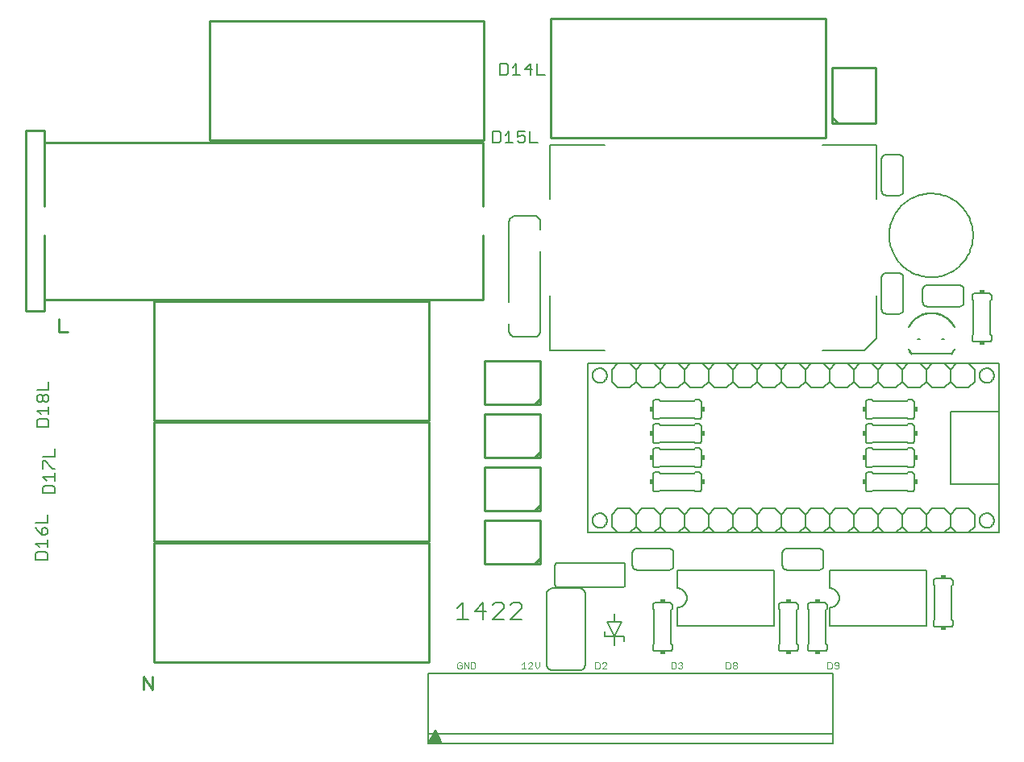
<source format=gto>
G75*
%MOIN*%
%OFA0B0*%
%FSLAX24Y24*%
%IPPOS*%
%LPD*%
%AMOC8*
5,1,8,0,0,1.08239X$1,22.5*
%
%ADD10C,0.0070*%
%ADD11C,0.0100*%
%ADD12C,0.0040*%
%ADD13C,0.0080*%
%ADD14C,0.0050*%
%ADD15C,0.0060*%
%ADD16R,0.0150X0.0200*%
%ADD17C,0.0005*%
%ADD18R,0.0200X0.0150*%
D10*
X000585Y008485D02*
X000585Y008725D01*
X000665Y008805D01*
X000985Y008805D01*
X001065Y008725D01*
X001065Y008485D01*
X000585Y008485D01*
X000745Y008991D02*
X000585Y009152D01*
X001065Y009152D01*
X001065Y009312D02*
X001065Y008991D01*
X000985Y009498D02*
X001065Y009578D01*
X001065Y009738D01*
X000985Y009818D01*
X000905Y009818D01*
X000825Y009738D01*
X000825Y009498D01*
X000985Y009498D01*
X000825Y009498D02*
X000665Y009658D01*
X000585Y009818D01*
X000585Y010004D02*
X001065Y010004D01*
X001065Y010325D01*
X000885Y011235D02*
X000885Y011475D01*
X000965Y011555D01*
X001285Y011555D01*
X001365Y011475D01*
X001365Y011235D01*
X000885Y011235D01*
X001045Y011741D02*
X000885Y011902D01*
X001365Y011902D01*
X001365Y012062D02*
X001365Y011741D01*
X001365Y012248D02*
X001285Y012248D01*
X000965Y012568D01*
X000885Y012568D01*
X000885Y012248D01*
X000885Y012754D02*
X001365Y012754D01*
X001365Y013075D01*
X001115Y013985D02*
X000635Y013985D01*
X000635Y014225D01*
X000715Y014305D01*
X001035Y014305D01*
X001115Y014225D01*
X001115Y013985D01*
X001115Y014491D02*
X001115Y014812D01*
X001115Y014652D02*
X000635Y014652D01*
X000795Y014491D01*
X000795Y014998D02*
X000715Y014998D01*
X000635Y015078D01*
X000635Y015238D01*
X000715Y015318D01*
X000795Y015318D01*
X000875Y015238D01*
X000875Y015078D01*
X000795Y014998D01*
X000875Y015078D02*
X000955Y014998D01*
X001035Y014998D01*
X001115Y015078D01*
X001115Y015238D01*
X001035Y015318D01*
X000955Y015318D01*
X000875Y015238D01*
X000635Y015504D02*
X001115Y015504D01*
X001115Y015825D01*
X019485Y025735D02*
X019725Y025735D01*
X019805Y025815D01*
X019805Y026135D01*
X019725Y026215D01*
X019485Y026215D01*
X019485Y025735D01*
X019991Y025735D02*
X020312Y025735D01*
X020152Y025735D02*
X020152Y026215D01*
X019991Y026055D01*
X020498Y025975D02*
X020658Y026055D01*
X020738Y026055D01*
X020818Y025975D01*
X020818Y025815D01*
X020738Y025735D01*
X020578Y025735D01*
X020498Y025815D01*
X020498Y025975D02*
X020498Y026215D01*
X020818Y026215D01*
X021004Y026215D02*
X021004Y025735D01*
X021325Y025735D01*
X021304Y028535D02*
X021625Y028535D01*
X021304Y028535D02*
X021304Y029015D01*
X021038Y029015D02*
X021038Y028535D01*
X021118Y028775D02*
X020798Y028775D01*
X021038Y029015D01*
X020452Y029015D02*
X020452Y028535D01*
X020612Y028535D02*
X020291Y028535D01*
X020105Y028615D02*
X020105Y028935D01*
X020025Y029015D01*
X019785Y029015D01*
X019785Y028535D01*
X020025Y028535D01*
X020105Y028615D01*
X020291Y028855D02*
X020452Y029015D01*
D11*
X005050Y003650D02*
X005050Y003100D01*
X005417Y003100D02*
X005417Y003650D01*
X005050Y003650D02*
X005417Y003100D01*
X005488Y004239D02*
X005488Y009161D01*
X016827Y009161D01*
X016827Y004239D01*
X005488Y004239D01*
X005488Y009239D02*
X005488Y014161D01*
X016827Y014161D01*
X016827Y009239D01*
X005488Y009239D01*
X005488Y014239D02*
X005488Y019161D01*
X016827Y019161D01*
X016827Y014239D01*
X005488Y014239D01*
X001918Y017900D02*
X001551Y017900D01*
X001551Y018450D01*
X000950Y018760D02*
X000163Y018760D01*
X000163Y026240D01*
X000950Y026240D01*
X000950Y023091D01*
X000950Y021909D02*
X000950Y018760D01*
X000950Y019250D02*
X019060Y019250D01*
X019060Y019252D02*
X019060Y021909D01*
X019060Y023091D02*
X019060Y025748D01*
X019060Y025750D02*
X000950Y025750D01*
X007773Y025839D02*
X007773Y030761D01*
X019112Y030761D01*
X019112Y025839D01*
X007773Y025839D01*
X019150Y016700D02*
X021450Y016700D01*
X021450Y015150D01*
X021200Y014900D01*
X019150Y014900D01*
X019150Y016700D01*
X021200Y014900D02*
X021450Y014900D01*
X021450Y015150D01*
X021450Y014500D02*
X019150Y014500D01*
X019150Y012700D01*
X021200Y012700D01*
X021450Y012950D01*
X021450Y014500D01*
X021450Y012950D02*
X021450Y012700D01*
X021200Y012700D01*
X021450Y012300D02*
X019150Y012300D01*
X019150Y010500D01*
X021200Y010500D01*
X021450Y010750D01*
X021450Y012300D01*
X021450Y010750D02*
X021450Y010500D01*
X021200Y010500D01*
X021450Y010100D02*
X019150Y010100D01*
X019150Y008300D01*
X021200Y008300D01*
X021450Y008550D01*
X021450Y010100D01*
X021450Y008550D02*
X021450Y008300D01*
X021200Y008300D01*
X021888Y025939D02*
X021888Y030861D01*
X033227Y030861D01*
X033227Y025939D01*
X021888Y025939D01*
X033500Y026550D02*
X033750Y026550D01*
X033500Y026800D01*
X033500Y028850D01*
X035300Y028850D01*
X035300Y026550D01*
X033750Y026550D01*
X033500Y026550D02*
X033500Y026800D01*
D12*
X033450Y004230D02*
X033320Y004230D01*
X033320Y003970D01*
X033450Y003970D01*
X033493Y004013D01*
X033493Y004187D01*
X033450Y004230D01*
X033596Y004187D02*
X033596Y004143D01*
X033640Y004100D01*
X033770Y004100D01*
X033770Y004013D02*
X033770Y004187D01*
X033726Y004230D01*
X033640Y004230D01*
X033596Y004187D01*
X033596Y004013D02*
X033640Y003970D01*
X033726Y003970D01*
X033770Y004013D01*
X029570Y004013D02*
X029526Y003970D01*
X029440Y003970D01*
X029396Y004013D01*
X029396Y004057D01*
X029440Y004100D01*
X029526Y004100D01*
X029570Y004057D01*
X029570Y004013D01*
X029526Y004100D02*
X029570Y004143D01*
X029570Y004187D01*
X029526Y004230D01*
X029440Y004230D01*
X029396Y004187D01*
X029396Y004143D01*
X029440Y004100D01*
X029293Y004013D02*
X029293Y004187D01*
X029250Y004230D01*
X029120Y004230D01*
X029120Y003970D01*
X029250Y003970D01*
X029293Y004013D01*
X027320Y004013D02*
X027276Y003970D01*
X027190Y003970D01*
X027146Y004013D01*
X027043Y004013D02*
X027043Y004187D01*
X027000Y004230D01*
X026870Y004230D01*
X026870Y003970D01*
X027000Y003970D01*
X027043Y004013D01*
X027146Y004187D02*
X027190Y004230D01*
X027276Y004230D01*
X027320Y004187D01*
X027320Y004143D01*
X027276Y004100D01*
X027320Y004057D01*
X027320Y004013D01*
X027276Y004100D02*
X027233Y004100D01*
X024170Y004143D02*
X024170Y004187D01*
X024126Y004230D01*
X024040Y004230D01*
X023996Y004187D01*
X023893Y004187D02*
X023850Y004230D01*
X023720Y004230D01*
X023720Y003970D01*
X023850Y003970D01*
X023893Y004013D01*
X023893Y004187D01*
X023996Y003970D02*
X024170Y004143D01*
X024170Y003970D02*
X023996Y003970D01*
X021396Y004057D02*
X021396Y004230D01*
X021396Y004057D02*
X021309Y003970D01*
X021222Y004057D01*
X021222Y004230D01*
X021120Y004187D02*
X021076Y004230D01*
X020990Y004230D01*
X020946Y004187D01*
X021120Y004187D02*
X021120Y004143D01*
X020946Y003970D01*
X021120Y003970D01*
X020843Y003970D02*
X020670Y003970D01*
X020757Y003970D02*
X020757Y004230D01*
X020670Y004143D01*
X018746Y004187D02*
X018746Y004013D01*
X018703Y003970D01*
X018572Y003970D01*
X018572Y004230D01*
X018703Y004230D01*
X018746Y004187D01*
X018470Y004230D02*
X018470Y003970D01*
X018296Y004230D01*
X018296Y003970D01*
X018193Y004013D02*
X018193Y004100D01*
X018107Y004100D01*
X018193Y004013D02*
X018150Y003970D01*
X018063Y003970D01*
X018020Y004013D01*
X018020Y004187D01*
X018063Y004230D01*
X018150Y004230D01*
X018193Y004187D01*
D13*
X018230Y005990D02*
X018230Y006711D01*
X017990Y006470D01*
X017990Y005990D02*
X018470Y005990D01*
X018727Y006350D02*
X019207Y006350D01*
X019463Y006591D02*
X019583Y006711D01*
X019824Y006711D01*
X019944Y006591D01*
X019944Y006470D01*
X019463Y005990D01*
X019944Y005990D01*
X020200Y005990D02*
X020680Y006470D01*
X020680Y006591D01*
X020560Y006711D01*
X020320Y006711D01*
X020200Y006591D01*
X020200Y005990D02*
X020680Y005990D01*
X019087Y005990D02*
X019087Y006711D01*
X018727Y006350D01*
X024100Y005500D02*
X024100Y005300D01*
X024500Y005300D01*
X024900Y005300D01*
X024900Y005100D01*
X024500Y004950D02*
X024500Y005300D01*
X024800Y005900D01*
X024500Y005900D01*
X024500Y006250D01*
X024500Y005900D02*
X024200Y005900D01*
X024500Y005300D01*
X035868Y021900D02*
X035870Y021983D01*
X035876Y022066D01*
X035886Y022148D01*
X035900Y022230D01*
X035918Y022311D01*
X035939Y022392D01*
X035965Y022471D01*
X035994Y022548D01*
X036027Y022625D01*
X036063Y022699D01*
X036104Y022772D01*
X036147Y022843D01*
X036194Y022911D01*
X036244Y022978D01*
X036297Y023041D01*
X036353Y023102D01*
X036413Y023161D01*
X036474Y023216D01*
X036539Y023269D01*
X036606Y023318D01*
X036675Y023364D01*
X036746Y023407D01*
X036819Y023446D01*
X036894Y023482D01*
X036971Y023514D01*
X037049Y023542D01*
X037128Y023567D01*
X037209Y023587D01*
X037290Y023604D01*
X037372Y023617D01*
X037455Y023626D01*
X037538Y023631D01*
X037621Y023632D01*
X037704Y023629D01*
X037787Y023622D01*
X037869Y023611D01*
X037951Y023596D01*
X038032Y023577D01*
X038111Y023555D01*
X038190Y023528D01*
X038268Y023498D01*
X038343Y023464D01*
X038418Y023427D01*
X038490Y023386D01*
X038560Y023342D01*
X038628Y023294D01*
X038694Y023243D01*
X038757Y023189D01*
X038817Y023132D01*
X038875Y023072D01*
X038930Y023010D01*
X038981Y022945D01*
X039030Y022877D01*
X039075Y022808D01*
X039117Y022736D01*
X039155Y022662D01*
X039190Y022587D01*
X039221Y022510D01*
X039249Y022431D01*
X039272Y022352D01*
X039292Y022271D01*
X039308Y022189D01*
X039320Y022107D01*
X039328Y022025D01*
X039332Y021942D01*
X039332Y021858D01*
X039328Y021775D01*
X039320Y021693D01*
X039308Y021611D01*
X039292Y021529D01*
X039272Y021448D01*
X039249Y021369D01*
X039221Y021290D01*
X039190Y021213D01*
X039155Y021138D01*
X039117Y021064D01*
X039075Y020992D01*
X039030Y020923D01*
X038981Y020855D01*
X038930Y020790D01*
X038875Y020728D01*
X038817Y020668D01*
X038757Y020611D01*
X038694Y020557D01*
X038628Y020506D01*
X038560Y020458D01*
X038490Y020414D01*
X038418Y020373D01*
X038343Y020336D01*
X038268Y020302D01*
X038190Y020272D01*
X038111Y020245D01*
X038032Y020223D01*
X037951Y020204D01*
X037869Y020189D01*
X037787Y020178D01*
X037704Y020171D01*
X037621Y020168D01*
X037538Y020169D01*
X037455Y020174D01*
X037372Y020183D01*
X037290Y020196D01*
X037209Y020213D01*
X037128Y020233D01*
X037049Y020258D01*
X036971Y020286D01*
X036894Y020318D01*
X036819Y020354D01*
X036746Y020393D01*
X036675Y020436D01*
X036606Y020482D01*
X036539Y020531D01*
X036474Y020584D01*
X036413Y020639D01*
X036353Y020698D01*
X036297Y020759D01*
X036244Y020822D01*
X036194Y020889D01*
X036147Y020957D01*
X036104Y021028D01*
X036063Y021101D01*
X036027Y021175D01*
X035994Y021252D01*
X035965Y021329D01*
X035939Y021408D01*
X035918Y021489D01*
X035900Y021570D01*
X035886Y021652D01*
X035876Y021734D01*
X035870Y021817D01*
X035868Y021900D01*
D14*
X035350Y023400D02*
X035350Y025650D01*
X033100Y025650D01*
X035350Y019400D02*
X035350Y017650D01*
X034850Y017150D01*
X033100Y017150D01*
X033150Y016600D02*
X033400Y016350D01*
X033400Y015850D01*
X033650Y015600D01*
X034150Y015600D01*
X034400Y015850D01*
X034650Y015600D01*
X035150Y015600D01*
X035400Y015850D01*
X035650Y015600D01*
X036150Y015600D01*
X036400Y015850D01*
X036650Y015600D01*
X037150Y015600D01*
X037400Y015850D01*
X037650Y015600D01*
X038150Y015600D01*
X038400Y015850D01*
X038650Y015600D01*
X039150Y015600D01*
X039400Y015850D01*
X039400Y016350D01*
X039150Y016600D01*
X038650Y016600D02*
X038400Y016350D01*
X038400Y015850D01*
X038400Y016350D02*
X038150Y016600D01*
X038425Y017000D02*
X036775Y017000D01*
X036650Y016600D02*
X036400Y016350D01*
X036400Y015850D01*
X036400Y016350D02*
X036150Y016600D01*
X035650Y016600D02*
X035400Y016350D01*
X035400Y015850D01*
X035400Y016350D02*
X035150Y016600D01*
X034650Y016600D02*
X034400Y016350D01*
X034400Y015850D01*
X034400Y016350D02*
X034150Y016600D01*
X033650Y016600D02*
X033400Y016350D01*
X033400Y015850D02*
X033150Y015600D01*
X032650Y015600D01*
X032400Y015850D01*
X032400Y016350D01*
X032650Y016600D01*
X032400Y016350D02*
X032150Y016600D01*
X031650Y016600D02*
X031400Y016350D01*
X031400Y015850D01*
X031650Y015600D01*
X032150Y015600D01*
X032400Y015850D01*
X031400Y015850D02*
X031150Y015600D01*
X030650Y015600D01*
X030400Y015850D01*
X030400Y016350D01*
X030650Y016600D01*
X030400Y016350D02*
X030150Y016600D01*
X029650Y016600D02*
X029400Y016350D01*
X029400Y015850D01*
X029650Y015600D01*
X030150Y015600D01*
X030400Y015850D01*
X031150Y016600D02*
X031400Y016350D01*
X029400Y016350D02*
X029150Y016600D01*
X028650Y016600D02*
X028400Y016350D01*
X028400Y015850D01*
X028650Y015600D01*
X029150Y015600D01*
X029400Y015850D01*
X028400Y015850D02*
X028150Y015600D01*
X027650Y015600D01*
X027400Y015850D01*
X027400Y016350D01*
X027650Y016600D01*
X027400Y016350D02*
X027150Y016600D01*
X026650Y016600D02*
X026400Y016350D01*
X026400Y015850D01*
X026650Y015600D01*
X027150Y015600D01*
X027400Y015850D01*
X026400Y015850D02*
X026150Y015600D01*
X025650Y015600D01*
X025400Y015850D01*
X025400Y016350D01*
X025650Y016600D01*
X025400Y016350D02*
X025150Y016600D01*
X024650Y016600D02*
X024400Y016350D01*
X024400Y015850D01*
X024650Y015600D01*
X025150Y015600D01*
X025400Y015850D01*
X026150Y016600D02*
X026400Y016350D01*
X028150Y016600D02*
X028400Y016350D01*
X024100Y017150D02*
X021850Y017150D01*
X021850Y019400D01*
X023400Y016600D02*
X040400Y016600D01*
X040400Y009600D01*
X039150Y009600D01*
X039400Y009850D01*
X039400Y010350D01*
X039150Y010600D01*
X038650Y010600D01*
X038400Y010350D01*
X038150Y010600D01*
X037650Y010600D01*
X037400Y010350D01*
X037150Y010600D01*
X036650Y010600D01*
X036400Y010350D01*
X036150Y010600D01*
X035650Y010600D01*
X035400Y010350D01*
X035150Y010600D01*
X034650Y010600D01*
X034400Y010350D01*
X034150Y010600D01*
X033650Y010600D01*
X033400Y010350D01*
X033150Y010600D01*
X032650Y010600D01*
X032400Y010350D01*
X032150Y010600D01*
X031650Y010600D01*
X031400Y010350D01*
X031150Y010600D01*
X030650Y010600D01*
X030400Y010350D01*
X030150Y010600D01*
X029650Y010600D01*
X029400Y010350D01*
X029150Y010600D01*
X028650Y010600D01*
X028400Y010350D01*
X028150Y010600D01*
X027650Y010600D01*
X027400Y010350D01*
X027150Y010600D01*
X026650Y010600D01*
X026400Y010350D01*
X026150Y010600D01*
X025650Y010600D01*
X025400Y010350D01*
X025150Y010600D01*
X024650Y010600D01*
X024400Y010350D01*
X024400Y009850D01*
X024650Y009600D01*
X025150Y009600D02*
X025400Y009850D01*
X025400Y010350D01*
X025400Y009850D02*
X025650Y009600D01*
X026150Y009600D02*
X026400Y009850D01*
X026400Y010350D01*
X026400Y009850D02*
X026650Y009600D01*
X027150Y009600D02*
X027400Y009850D01*
X027400Y010350D01*
X027400Y009850D02*
X027650Y009600D01*
X028150Y009600D02*
X028400Y009850D01*
X028400Y010350D01*
X028400Y009850D02*
X028650Y009600D01*
X029150Y009600D02*
X029400Y009850D01*
X029400Y010350D01*
X029400Y009850D02*
X029650Y009600D01*
X030150Y009600D02*
X030400Y009850D01*
X030400Y010350D01*
X030400Y009850D02*
X030650Y009600D01*
X031150Y009600D01*
X031400Y009850D01*
X031400Y010350D01*
X031400Y009850D02*
X031650Y009600D01*
X031150Y009600D02*
X032400Y009600D01*
X032400Y009850D02*
X032650Y009600D01*
X032400Y009850D02*
X032400Y010350D01*
X032400Y009850D02*
X032150Y009600D01*
X033150Y009600D02*
X033400Y009850D01*
X033400Y010350D01*
X033400Y009850D02*
X033650Y009600D01*
X034150Y009600D02*
X034400Y009850D01*
X034400Y010350D01*
X034400Y009850D02*
X034650Y009600D01*
X035150Y009600D02*
X035400Y009850D01*
X035400Y010350D01*
X035400Y009850D02*
X035650Y009600D01*
X036150Y009600D02*
X036400Y009850D01*
X036400Y010350D01*
X036400Y009850D02*
X036650Y009600D01*
X037150Y009600D02*
X037400Y009850D01*
X037400Y010350D01*
X037400Y009850D02*
X037650Y009600D01*
X038150Y009600D02*
X038400Y009850D01*
X038400Y010350D01*
X038400Y009850D02*
X038650Y009600D01*
X023400Y009600D01*
X023400Y016600D01*
X023600Y016100D02*
X023602Y016134D01*
X023608Y016168D01*
X023617Y016201D01*
X023631Y016232D01*
X023648Y016262D01*
X023668Y016290D01*
X023691Y016315D01*
X023717Y016338D01*
X023745Y016357D01*
X023775Y016373D01*
X023807Y016385D01*
X023840Y016394D01*
X023874Y016399D01*
X023909Y016400D01*
X023943Y016397D01*
X023976Y016390D01*
X024009Y016380D01*
X024040Y016365D01*
X024069Y016348D01*
X024096Y016327D01*
X024121Y016303D01*
X024143Y016276D01*
X024161Y016248D01*
X024176Y016217D01*
X024188Y016185D01*
X024196Y016151D01*
X024200Y016117D01*
X024200Y016083D01*
X024196Y016049D01*
X024188Y016015D01*
X024176Y015983D01*
X024161Y015952D01*
X024143Y015924D01*
X024121Y015897D01*
X024096Y015873D01*
X024069Y015852D01*
X024040Y015835D01*
X024009Y015820D01*
X023976Y015810D01*
X023943Y015803D01*
X023909Y015800D01*
X023874Y015801D01*
X023840Y015806D01*
X023807Y015815D01*
X023775Y015827D01*
X023745Y015843D01*
X023717Y015862D01*
X023691Y015885D01*
X023668Y015910D01*
X023648Y015938D01*
X023631Y015968D01*
X023617Y015999D01*
X023608Y016032D01*
X023602Y016066D01*
X023600Y016100D01*
X023600Y010100D02*
X023602Y010134D01*
X023608Y010168D01*
X023617Y010201D01*
X023631Y010232D01*
X023648Y010262D01*
X023668Y010290D01*
X023691Y010315D01*
X023717Y010338D01*
X023745Y010357D01*
X023775Y010373D01*
X023807Y010385D01*
X023840Y010394D01*
X023874Y010399D01*
X023909Y010400D01*
X023943Y010397D01*
X023976Y010390D01*
X024009Y010380D01*
X024040Y010365D01*
X024069Y010348D01*
X024096Y010327D01*
X024121Y010303D01*
X024143Y010276D01*
X024161Y010248D01*
X024176Y010217D01*
X024188Y010185D01*
X024196Y010151D01*
X024200Y010117D01*
X024200Y010083D01*
X024196Y010049D01*
X024188Y010015D01*
X024176Y009983D01*
X024161Y009952D01*
X024143Y009924D01*
X024121Y009897D01*
X024096Y009873D01*
X024069Y009852D01*
X024040Y009835D01*
X024009Y009820D01*
X023976Y009810D01*
X023943Y009803D01*
X023909Y009800D01*
X023874Y009801D01*
X023840Y009806D01*
X023807Y009815D01*
X023775Y009827D01*
X023745Y009843D01*
X023717Y009862D01*
X023691Y009885D01*
X023668Y009910D01*
X023648Y009938D01*
X023631Y009968D01*
X023617Y009999D01*
X023608Y010032D01*
X023602Y010066D01*
X023600Y010100D01*
X016813Y003757D02*
X016813Y002930D01*
X016813Y001670D01*
X016813Y001276D01*
X033545Y001276D01*
X033545Y000883D01*
X016813Y000883D01*
X016813Y001276D01*
X016975Y001175D02*
X017100Y001425D01*
X017100Y001300D01*
X017100Y001050D01*
X016975Y000925D01*
X016975Y001050D01*
X017100Y000925D01*
X017225Y001050D01*
X017100Y001050D01*
X017225Y000925D01*
X017100Y000925D01*
X017100Y001050D01*
X017225Y001175D01*
X017100Y001300D01*
X017100Y001175D01*
X016975Y001050D01*
X016975Y001175D01*
X017100Y001050D01*
X017100Y001175D01*
X017225Y001175D01*
X017100Y001050D01*
X016975Y001050D01*
X017100Y001175D01*
X016975Y001175D01*
X017100Y001175D01*
X016975Y001050D01*
X016850Y000925D01*
X017100Y001050D01*
X017225Y001050D01*
X017350Y000925D01*
X017100Y001050D01*
X017100Y001175D02*
X017100Y001300D01*
X017100Y001425D01*
X017225Y001175D01*
X017350Y000925D01*
X017225Y001050D01*
X017100Y001175D01*
X016975Y001175D02*
X016850Y000925D01*
X017100Y001300D01*
X017350Y000925D01*
X017225Y000925D01*
X017100Y000925D01*
X016975Y000925D01*
X016850Y000925D01*
X016813Y003757D02*
X033545Y003757D01*
X033545Y002930D01*
X033545Y001670D01*
X033545Y001276D01*
X038650Y009600D02*
X039150Y009600D01*
X039600Y010100D02*
X039602Y010134D01*
X039608Y010168D01*
X039617Y010201D01*
X039631Y010232D01*
X039648Y010262D01*
X039668Y010290D01*
X039691Y010315D01*
X039717Y010338D01*
X039745Y010357D01*
X039775Y010373D01*
X039807Y010385D01*
X039840Y010394D01*
X039874Y010399D01*
X039909Y010400D01*
X039943Y010397D01*
X039976Y010390D01*
X040009Y010380D01*
X040040Y010365D01*
X040069Y010348D01*
X040096Y010327D01*
X040121Y010303D01*
X040143Y010276D01*
X040161Y010248D01*
X040176Y010217D01*
X040188Y010185D01*
X040196Y010151D01*
X040200Y010117D01*
X040200Y010083D01*
X040196Y010049D01*
X040188Y010015D01*
X040176Y009983D01*
X040161Y009952D01*
X040143Y009924D01*
X040121Y009897D01*
X040096Y009873D01*
X040069Y009852D01*
X040040Y009835D01*
X040009Y009820D01*
X039976Y009810D01*
X039943Y009803D01*
X039909Y009800D01*
X039874Y009801D01*
X039840Y009806D01*
X039807Y009815D01*
X039775Y009827D01*
X039745Y009843D01*
X039717Y009862D01*
X039691Y009885D01*
X039668Y009910D01*
X039648Y009938D01*
X039631Y009968D01*
X039617Y009999D01*
X039608Y010032D01*
X039602Y010066D01*
X039600Y010100D01*
X040400Y011600D02*
X038400Y011600D01*
X038400Y014600D01*
X040400Y014600D01*
X039600Y016100D02*
X039602Y016134D01*
X039608Y016168D01*
X039617Y016201D01*
X039631Y016232D01*
X039648Y016262D01*
X039668Y016290D01*
X039691Y016315D01*
X039717Y016338D01*
X039745Y016357D01*
X039775Y016373D01*
X039807Y016385D01*
X039840Y016394D01*
X039874Y016399D01*
X039909Y016400D01*
X039943Y016397D01*
X039976Y016390D01*
X040009Y016380D01*
X040040Y016365D01*
X040069Y016348D01*
X040096Y016327D01*
X040121Y016303D01*
X040143Y016276D01*
X040161Y016248D01*
X040176Y016217D01*
X040188Y016185D01*
X040196Y016151D01*
X040200Y016117D01*
X040200Y016083D01*
X040196Y016049D01*
X040188Y016015D01*
X040176Y015983D01*
X040161Y015952D01*
X040143Y015924D01*
X040121Y015897D01*
X040096Y015873D01*
X040069Y015852D01*
X040040Y015835D01*
X040009Y015820D01*
X039976Y015810D01*
X039943Y015803D01*
X039909Y015800D01*
X039874Y015801D01*
X039840Y015806D01*
X039807Y015815D01*
X039775Y015827D01*
X039745Y015843D01*
X039717Y015862D01*
X039691Y015885D01*
X039668Y015910D01*
X039648Y015938D01*
X039631Y015968D01*
X039617Y015999D01*
X039608Y016032D01*
X039602Y016066D01*
X039600Y016100D01*
X037650Y016600D02*
X037400Y016350D01*
X037400Y015850D01*
X037400Y016350D02*
X037150Y016600D01*
X037153Y017600D02*
X037047Y017600D01*
X038047Y017600D02*
X038153Y017600D01*
X024100Y025650D02*
X021850Y025650D01*
X021850Y023400D01*
D15*
X021200Y022700D02*
X020400Y022700D01*
X020370Y022698D01*
X020340Y022693D01*
X020311Y022684D01*
X020284Y022671D01*
X020258Y022656D01*
X020234Y022637D01*
X020213Y022616D01*
X020194Y022592D01*
X020179Y022566D01*
X020166Y022539D01*
X020157Y022510D01*
X020152Y022480D01*
X020150Y022450D01*
X020150Y019150D01*
X020150Y018250D02*
X020150Y017950D01*
X020152Y017920D01*
X020157Y017890D01*
X020166Y017861D01*
X020179Y017834D01*
X020194Y017808D01*
X020213Y017784D01*
X020234Y017763D01*
X020258Y017744D01*
X020284Y017729D01*
X020311Y017716D01*
X020340Y017707D01*
X020370Y017702D01*
X020400Y017700D01*
X021200Y017700D01*
X021230Y017702D01*
X021260Y017707D01*
X021289Y017716D01*
X021316Y017729D01*
X021342Y017744D01*
X021366Y017763D01*
X021387Y017784D01*
X021406Y017808D01*
X021421Y017834D01*
X021434Y017861D01*
X021443Y017890D01*
X021448Y017920D01*
X021450Y017950D01*
X021450Y021250D01*
X021450Y022150D02*
X021450Y022450D01*
X021448Y022480D01*
X021443Y022510D01*
X021434Y022539D01*
X021421Y022566D01*
X021406Y022592D01*
X021387Y022616D01*
X021366Y022637D01*
X021342Y022656D01*
X021316Y022671D01*
X021289Y022684D01*
X021260Y022693D01*
X021230Y022698D01*
X021200Y022700D01*
X026200Y015100D02*
X026350Y015100D01*
X026400Y015050D01*
X027800Y015050D01*
X027850Y015100D01*
X028000Y015100D01*
X028017Y015098D01*
X028034Y015094D01*
X028050Y015087D01*
X028064Y015077D01*
X028077Y015064D01*
X028087Y015050D01*
X028094Y015034D01*
X028098Y015017D01*
X028100Y015000D01*
X028100Y014400D01*
X028098Y014383D01*
X028094Y014366D01*
X028087Y014350D01*
X028077Y014336D01*
X028064Y014323D01*
X028050Y014313D01*
X028034Y014306D01*
X028017Y014302D01*
X028000Y014300D01*
X027850Y014300D01*
X027800Y014350D01*
X026400Y014350D01*
X026350Y014300D01*
X026200Y014300D01*
X026183Y014302D01*
X026166Y014306D01*
X026150Y014313D01*
X026136Y014323D01*
X026123Y014336D01*
X026113Y014350D01*
X026106Y014366D01*
X026102Y014383D01*
X026100Y014400D01*
X026100Y015000D01*
X026102Y015017D01*
X026106Y015034D01*
X026113Y015050D01*
X026123Y015064D01*
X026136Y015077D01*
X026150Y015087D01*
X026166Y015094D01*
X026183Y015098D01*
X026200Y015100D01*
X026200Y014100D02*
X026350Y014100D01*
X026400Y014050D01*
X027800Y014050D01*
X027850Y014100D01*
X028000Y014100D01*
X028017Y014098D01*
X028034Y014094D01*
X028050Y014087D01*
X028064Y014077D01*
X028077Y014064D01*
X028087Y014050D01*
X028094Y014034D01*
X028098Y014017D01*
X028100Y014000D01*
X028100Y013400D01*
X028098Y013383D01*
X028094Y013366D01*
X028087Y013350D01*
X028077Y013336D01*
X028064Y013323D01*
X028050Y013313D01*
X028034Y013306D01*
X028017Y013302D01*
X028000Y013300D01*
X027850Y013300D01*
X027800Y013350D01*
X026400Y013350D01*
X026350Y013300D01*
X026200Y013300D01*
X026183Y013302D01*
X026166Y013306D01*
X026150Y013313D01*
X026136Y013323D01*
X026123Y013336D01*
X026113Y013350D01*
X026106Y013366D01*
X026102Y013383D01*
X026100Y013400D01*
X026100Y014000D01*
X026102Y014017D01*
X026106Y014034D01*
X026113Y014050D01*
X026123Y014064D01*
X026136Y014077D01*
X026150Y014087D01*
X026166Y014094D01*
X026183Y014098D01*
X026200Y014100D01*
X026200Y013100D02*
X026350Y013100D01*
X026400Y013050D01*
X027800Y013050D01*
X027850Y013100D01*
X028000Y013100D01*
X028017Y013098D01*
X028034Y013094D01*
X028050Y013087D01*
X028064Y013077D01*
X028077Y013064D01*
X028087Y013050D01*
X028094Y013034D01*
X028098Y013017D01*
X028100Y013000D01*
X028100Y012400D01*
X028098Y012383D01*
X028094Y012366D01*
X028087Y012350D01*
X028077Y012336D01*
X028064Y012323D01*
X028050Y012313D01*
X028034Y012306D01*
X028017Y012302D01*
X028000Y012300D01*
X027850Y012300D01*
X027800Y012350D01*
X026400Y012350D01*
X026350Y012300D01*
X026200Y012300D01*
X026183Y012302D01*
X026166Y012306D01*
X026150Y012313D01*
X026136Y012323D01*
X026123Y012336D01*
X026113Y012350D01*
X026106Y012366D01*
X026102Y012383D01*
X026100Y012400D01*
X026100Y013000D01*
X026102Y013017D01*
X026106Y013034D01*
X026113Y013050D01*
X026123Y013064D01*
X026136Y013077D01*
X026150Y013087D01*
X026166Y013094D01*
X026183Y013098D01*
X026200Y013100D01*
X026200Y012100D02*
X026350Y012100D01*
X026400Y012050D01*
X027800Y012050D01*
X027850Y012100D01*
X028000Y012100D01*
X028017Y012098D01*
X028034Y012094D01*
X028050Y012087D01*
X028064Y012077D01*
X028077Y012064D01*
X028087Y012050D01*
X028094Y012034D01*
X028098Y012017D01*
X028100Y012000D01*
X028100Y011400D01*
X028098Y011383D01*
X028094Y011366D01*
X028087Y011350D01*
X028077Y011336D01*
X028064Y011323D01*
X028050Y011313D01*
X028034Y011306D01*
X028017Y011302D01*
X028000Y011300D01*
X027850Y011300D01*
X027800Y011350D01*
X026400Y011350D01*
X026350Y011300D01*
X026200Y011300D01*
X026183Y011302D01*
X026166Y011306D01*
X026150Y011313D01*
X026136Y011323D01*
X026123Y011336D01*
X026113Y011350D01*
X026106Y011366D01*
X026102Y011383D01*
X026100Y011400D01*
X026100Y012000D01*
X026102Y012017D01*
X026106Y012034D01*
X026113Y012050D01*
X026123Y012064D01*
X026136Y012077D01*
X026150Y012087D01*
X026166Y012094D01*
X026183Y012098D01*
X026200Y012100D01*
X026750Y008950D02*
X025450Y008950D01*
X025424Y008948D01*
X025398Y008943D01*
X025373Y008935D01*
X025350Y008923D01*
X025328Y008909D01*
X025309Y008891D01*
X025291Y008872D01*
X025277Y008850D01*
X025265Y008827D01*
X025257Y008802D01*
X025252Y008776D01*
X025250Y008750D01*
X025250Y008250D01*
X025252Y008224D01*
X025257Y008198D01*
X025265Y008173D01*
X025277Y008150D01*
X025291Y008128D01*
X025309Y008109D01*
X025328Y008091D01*
X025350Y008077D01*
X025373Y008065D01*
X025398Y008057D01*
X025424Y008052D01*
X025450Y008050D01*
X026750Y008050D01*
X026776Y008052D01*
X026802Y008057D01*
X026827Y008065D01*
X026850Y008077D01*
X026872Y008091D01*
X026891Y008109D01*
X026909Y008128D01*
X026923Y008150D01*
X026935Y008173D01*
X026943Y008198D01*
X026948Y008224D01*
X026950Y008250D01*
X026950Y008750D01*
X026948Y008776D01*
X026943Y008802D01*
X026935Y008827D01*
X026923Y008850D01*
X026909Y008872D01*
X026891Y008891D01*
X026872Y008909D01*
X026850Y008923D01*
X026827Y008935D01*
X026802Y008943D01*
X026776Y008948D01*
X026750Y008950D01*
X027100Y008050D02*
X027100Y007300D01*
X027139Y007298D01*
X027178Y007292D01*
X027216Y007283D01*
X027253Y007270D01*
X027289Y007253D01*
X027322Y007233D01*
X027354Y007209D01*
X027383Y007183D01*
X027409Y007154D01*
X027433Y007122D01*
X027453Y007089D01*
X027470Y007053D01*
X027483Y007016D01*
X027492Y006978D01*
X027498Y006939D01*
X027500Y006900D01*
X027498Y006861D01*
X027492Y006822D01*
X027483Y006784D01*
X027470Y006747D01*
X027453Y006711D01*
X027433Y006678D01*
X027409Y006646D01*
X027383Y006617D01*
X027354Y006591D01*
X027322Y006567D01*
X027289Y006547D01*
X027253Y006530D01*
X027216Y006517D01*
X027178Y006508D01*
X027139Y006502D01*
X027100Y006500D01*
X027100Y005750D01*
X031100Y005750D01*
X031100Y008050D01*
X027100Y008050D01*
X026800Y006700D02*
X026200Y006700D01*
X026183Y006698D01*
X026166Y006694D01*
X026150Y006687D01*
X026136Y006677D01*
X026123Y006664D01*
X026113Y006650D01*
X026106Y006634D01*
X026102Y006617D01*
X026100Y006600D01*
X026100Y006450D01*
X026150Y006400D01*
X026150Y005000D01*
X026100Y004950D01*
X026100Y004800D01*
X026102Y004783D01*
X026106Y004766D01*
X026113Y004750D01*
X026123Y004736D01*
X026136Y004723D01*
X026150Y004713D01*
X026166Y004706D01*
X026183Y004702D01*
X026200Y004700D01*
X026800Y004700D01*
X026817Y004702D01*
X026834Y004706D01*
X026850Y004713D01*
X026864Y004723D01*
X026877Y004736D01*
X026887Y004750D01*
X026894Y004766D01*
X026898Y004783D01*
X026900Y004800D01*
X026900Y004950D01*
X026850Y005000D01*
X026850Y006400D01*
X026900Y006450D01*
X026900Y006600D01*
X026898Y006617D01*
X026894Y006634D01*
X026887Y006650D01*
X026877Y006664D01*
X026864Y006677D01*
X026850Y006687D01*
X026834Y006694D01*
X026817Y006698D01*
X026800Y006700D01*
X024950Y007450D02*
X024950Y008250D01*
X024948Y008267D01*
X024944Y008284D01*
X024937Y008300D01*
X024927Y008314D01*
X024914Y008327D01*
X024900Y008337D01*
X024884Y008344D01*
X024867Y008348D01*
X024850Y008350D01*
X022150Y008350D01*
X022133Y008348D01*
X022116Y008344D01*
X022100Y008337D01*
X022086Y008327D01*
X022073Y008314D01*
X022063Y008300D01*
X022056Y008284D01*
X022052Y008267D01*
X022050Y008250D01*
X022050Y007450D01*
X022052Y007433D01*
X022056Y007416D01*
X022063Y007400D01*
X022073Y007386D01*
X022086Y007373D01*
X022100Y007363D01*
X022116Y007356D01*
X022133Y007352D01*
X022150Y007350D01*
X024850Y007350D01*
X024867Y007352D01*
X024884Y007356D01*
X024900Y007363D01*
X024914Y007373D01*
X024927Y007386D01*
X024937Y007400D01*
X024944Y007416D01*
X024948Y007433D01*
X024950Y007450D01*
X023300Y007050D02*
X023300Y004150D01*
X023298Y004120D01*
X023293Y004090D01*
X023284Y004061D01*
X023271Y004034D01*
X023256Y004008D01*
X023237Y003984D01*
X023216Y003963D01*
X023192Y003944D01*
X023166Y003929D01*
X023139Y003916D01*
X023110Y003907D01*
X023080Y003902D01*
X023050Y003900D01*
X021950Y003900D01*
X021920Y003902D01*
X021890Y003907D01*
X021861Y003916D01*
X021834Y003929D01*
X021808Y003944D01*
X021784Y003963D01*
X021763Y003984D01*
X021744Y004008D01*
X021729Y004034D01*
X021716Y004061D01*
X021707Y004090D01*
X021702Y004120D01*
X021700Y004150D01*
X021700Y007050D01*
X021702Y007080D01*
X021707Y007110D01*
X021716Y007139D01*
X021729Y007166D01*
X021744Y007192D01*
X021763Y007216D01*
X021784Y007237D01*
X021808Y007256D01*
X021834Y007271D01*
X021861Y007284D01*
X021890Y007293D01*
X021920Y007298D01*
X021950Y007300D01*
X023050Y007300D01*
X023080Y007298D01*
X023110Y007293D01*
X023139Y007284D01*
X023166Y007271D01*
X023192Y007256D01*
X023216Y007237D01*
X023237Y007216D01*
X023256Y007192D01*
X023271Y007166D01*
X023284Y007139D01*
X023293Y007110D01*
X023298Y007080D01*
X023300Y007050D01*
X031300Y006600D02*
X031300Y006450D01*
X031350Y006400D01*
X031350Y005000D01*
X031300Y004950D01*
X031300Y004800D01*
X031302Y004783D01*
X031306Y004766D01*
X031313Y004750D01*
X031323Y004736D01*
X031336Y004723D01*
X031350Y004713D01*
X031366Y004706D01*
X031383Y004702D01*
X031400Y004700D01*
X032000Y004700D01*
X032017Y004702D01*
X032034Y004706D01*
X032050Y004713D01*
X032064Y004723D01*
X032077Y004736D01*
X032087Y004750D01*
X032094Y004766D01*
X032098Y004783D01*
X032100Y004800D01*
X032100Y004950D01*
X032050Y005000D01*
X032050Y006400D01*
X032100Y006450D01*
X032100Y006600D01*
X032098Y006617D01*
X032094Y006634D01*
X032087Y006650D01*
X032077Y006664D01*
X032064Y006677D01*
X032050Y006687D01*
X032034Y006694D01*
X032017Y006698D01*
X032000Y006700D01*
X031400Y006700D01*
X031383Y006698D01*
X031366Y006694D01*
X031350Y006687D01*
X031336Y006677D01*
X031323Y006664D01*
X031313Y006650D01*
X031306Y006634D01*
X031302Y006617D01*
X031300Y006600D01*
X032500Y006600D02*
X032500Y006450D01*
X032550Y006400D01*
X032550Y005000D01*
X032500Y004950D01*
X032500Y004800D01*
X032502Y004783D01*
X032506Y004766D01*
X032513Y004750D01*
X032523Y004736D01*
X032536Y004723D01*
X032550Y004713D01*
X032566Y004706D01*
X032583Y004702D01*
X032600Y004700D01*
X033200Y004700D01*
X033217Y004702D01*
X033234Y004706D01*
X033250Y004713D01*
X033264Y004723D01*
X033277Y004736D01*
X033287Y004750D01*
X033294Y004766D01*
X033298Y004783D01*
X033300Y004800D01*
X033300Y004950D01*
X033250Y005000D01*
X033250Y006400D01*
X033300Y006450D01*
X033300Y006600D01*
X033298Y006617D01*
X033294Y006634D01*
X033287Y006650D01*
X033277Y006664D01*
X033264Y006677D01*
X033250Y006687D01*
X033234Y006694D01*
X033217Y006698D01*
X033200Y006700D01*
X032600Y006700D01*
X032583Y006698D01*
X032566Y006694D01*
X032550Y006687D01*
X032536Y006677D01*
X032523Y006664D01*
X032513Y006650D01*
X032506Y006634D01*
X032502Y006617D01*
X032500Y006600D01*
X033400Y006500D02*
X033400Y005750D01*
X037400Y005750D01*
X037400Y008050D01*
X033400Y008050D01*
X033400Y007300D01*
X033439Y007298D01*
X033478Y007292D01*
X033516Y007283D01*
X033553Y007270D01*
X033589Y007253D01*
X033622Y007233D01*
X033654Y007209D01*
X033683Y007183D01*
X033709Y007154D01*
X033733Y007122D01*
X033753Y007089D01*
X033770Y007053D01*
X033783Y007016D01*
X033792Y006978D01*
X033798Y006939D01*
X033800Y006900D01*
X033798Y006861D01*
X033792Y006822D01*
X033783Y006784D01*
X033770Y006747D01*
X033753Y006711D01*
X033733Y006678D01*
X033709Y006646D01*
X033683Y006617D01*
X033654Y006591D01*
X033622Y006567D01*
X033589Y006547D01*
X033553Y006530D01*
X033516Y006517D01*
X033478Y006508D01*
X033439Y006502D01*
X033400Y006500D01*
X032950Y008050D02*
X031650Y008050D01*
X031624Y008052D01*
X031598Y008057D01*
X031573Y008065D01*
X031550Y008077D01*
X031528Y008091D01*
X031509Y008109D01*
X031491Y008128D01*
X031477Y008150D01*
X031465Y008173D01*
X031457Y008198D01*
X031452Y008224D01*
X031450Y008250D01*
X031450Y008750D01*
X031452Y008776D01*
X031457Y008802D01*
X031465Y008827D01*
X031477Y008850D01*
X031491Y008872D01*
X031509Y008891D01*
X031528Y008909D01*
X031550Y008923D01*
X031573Y008935D01*
X031598Y008943D01*
X031624Y008948D01*
X031650Y008950D01*
X032950Y008950D01*
X032976Y008948D01*
X033002Y008943D01*
X033027Y008935D01*
X033050Y008923D01*
X033072Y008909D01*
X033091Y008891D01*
X033109Y008872D01*
X033123Y008850D01*
X033135Y008827D01*
X033143Y008802D01*
X033148Y008776D01*
X033150Y008750D01*
X033150Y008250D01*
X033148Y008224D01*
X033143Y008198D01*
X033135Y008173D01*
X033123Y008150D01*
X033109Y008128D01*
X033091Y008109D01*
X033072Y008091D01*
X033050Y008077D01*
X033027Y008065D01*
X033002Y008057D01*
X032976Y008052D01*
X032950Y008050D01*
X035000Y011300D02*
X035150Y011300D01*
X035200Y011350D01*
X036600Y011350D01*
X036650Y011300D01*
X036800Y011300D01*
X036817Y011302D01*
X036834Y011306D01*
X036850Y011313D01*
X036864Y011323D01*
X036877Y011336D01*
X036887Y011350D01*
X036894Y011366D01*
X036898Y011383D01*
X036900Y011400D01*
X036900Y012000D01*
X036898Y012017D01*
X036894Y012034D01*
X036887Y012050D01*
X036877Y012064D01*
X036864Y012077D01*
X036850Y012087D01*
X036834Y012094D01*
X036817Y012098D01*
X036800Y012100D01*
X036650Y012100D01*
X036600Y012050D01*
X035200Y012050D01*
X035150Y012100D01*
X035000Y012100D01*
X034983Y012098D01*
X034966Y012094D01*
X034950Y012087D01*
X034936Y012077D01*
X034923Y012064D01*
X034913Y012050D01*
X034906Y012034D01*
X034902Y012017D01*
X034900Y012000D01*
X034900Y011400D01*
X034902Y011383D01*
X034906Y011366D01*
X034913Y011350D01*
X034923Y011336D01*
X034936Y011323D01*
X034950Y011313D01*
X034966Y011306D01*
X034983Y011302D01*
X035000Y011300D01*
X035000Y012300D02*
X035150Y012300D01*
X035200Y012350D01*
X036600Y012350D01*
X036650Y012300D01*
X036800Y012300D01*
X036817Y012302D01*
X036834Y012306D01*
X036850Y012313D01*
X036864Y012323D01*
X036877Y012336D01*
X036887Y012350D01*
X036894Y012366D01*
X036898Y012383D01*
X036900Y012400D01*
X036900Y013000D01*
X036898Y013017D01*
X036894Y013034D01*
X036887Y013050D01*
X036877Y013064D01*
X036864Y013077D01*
X036850Y013087D01*
X036834Y013094D01*
X036817Y013098D01*
X036800Y013100D01*
X036650Y013100D01*
X036600Y013050D01*
X035200Y013050D01*
X035150Y013100D01*
X035000Y013100D01*
X034983Y013098D01*
X034966Y013094D01*
X034950Y013087D01*
X034936Y013077D01*
X034923Y013064D01*
X034913Y013050D01*
X034906Y013034D01*
X034902Y013017D01*
X034900Y013000D01*
X034900Y012400D01*
X034902Y012383D01*
X034906Y012366D01*
X034913Y012350D01*
X034923Y012336D01*
X034936Y012323D01*
X034950Y012313D01*
X034966Y012306D01*
X034983Y012302D01*
X035000Y012300D01*
X035000Y013300D02*
X035150Y013300D01*
X035200Y013350D01*
X036600Y013350D01*
X036650Y013300D01*
X036800Y013300D01*
X036817Y013302D01*
X036834Y013306D01*
X036850Y013313D01*
X036864Y013323D01*
X036877Y013336D01*
X036887Y013350D01*
X036894Y013366D01*
X036898Y013383D01*
X036900Y013400D01*
X036900Y014000D01*
X036898Y014017D01*
X036894Y014034D01*
X036887Y014050D01*
X036877Y014064D01*
X036864Y014077D01*
X036850Y014087D01*
X036834Y014094D01*
X036817Y014098D01*
X036800Y014100D01*
X036650Y014100D01*
X036600Y014050D01*
X035200Y014050D01*
X035150Y014100D01*
X035000Y014100D01*
X034983Y014098D01*
X034966Y014094D01*
X034950Y014087D01*
X034936Y014077D01*
X034923Y014064D01*
X034913Y014050D01*
X034906Y014034D01*
X034902Y014017D01*
X034900Y014000D01*
X034900Y013400D01*
X034902Y013383D01*
X034906Y013366D01*
X034913Y013350D01*
X034923Y013336D01*
X034936Y013323D01*
X034950Y013313D01*
X034966Y013306D01*
X034983Y013302D01*
X035000Y013300D01*
X035000Y014300D02*
X035150Y014300D01*
X035200Y014350D01*
X036600Y014350D01*
X036650Y014300D01*
X036800Y014300D01*
X036817Y014302D01*
X036834Y014306D01*
X036850Y014313D01*
X036864Y014323D01*
X036877Y014336D01*
X036887Y014350D01*
X036894Y014366D01*
X036898Y014383D01*
X036900Y014400D01*
X036900Y015000D01*
X036898Y015017D01*
X036894Y015034D01*
X036887Y015050D01*
X036877Y015064D01*
X036864Y015077D01*
X036850Y015087D01*
X036834Y015094D01*
X036817Y015098D01*
X036800Y015100D01*
X036650Y015100D01*
X036600Y015050D01*
X035200Y015050D01*
X035150Y015100D01*
X035000Y015100D01*
X034983Y015098D01*
X034966Y015094D01*
X034950Y015087D01*
X034936Y015077D01*
X034923Y015064D01*
X034913Y015050D01*
X034906Y015034D01*
X034902Y015017D01*
X034900Y015000D01*
X034900Y014400D01*
X034902Y014383D01*
X034906Y014366D01*
X034913Y014350D01*
X034923Y014336D01*
X034936Y014323D01*
X034950Y014313D01*
X034966Y014306D01*
X034983Y014302D01*
X035000Y014300D01*
X039300Y017600D02*
X039300Y017750D01*
X039350Y017800D01*
X039350Y019200D01*
X039300Y019250D01*
X039300Y019400D01*
X039302Y019417D01*
X039306Y019434D01*
X039313Y019450D01*
X039323Y019464D01*
X039336Y019477D01*
X039350Y019487D01*
X039366Y019494D01*
X039383Y019498D01*
X039400Y019500D01*
X040000Y019500D01*
X040017Y019498D01*
X040034Y019494D01*
X040050Y019487D01*
X040064Y019477D01*
X040077Y019464D01*
X040087Y019450D01*
X040094Y019434D01*
X040098Y019417D01*
X040100Y019400D01*
X040100Y019250D01*
X040050Y019200D01*
X040050Y017800D01*
X040100Y017750D01*
X040100Y017600D01*
X040098Y017583D01*
X040094Y017566D01*
X040087Y017550D01*
X040077Y017536D01*
X040064Y017523D01*
X040050Y017513D01*
X040034Y017506D01*
X040017Y017502D01*
X040000Y017500D01*
X039400Y017500D01*
X039383Y017502D01*
X039366Y017506D01*
X039350Y017513D01*
X039336Y017523D01*
X039323Y017536D01*
X039313Y017550D01*
X039306Y017566D01*
X039302Y017583D01*
X039300Y017600D01*
X038750Y018950D02*
X037450Y018950D01*
X037424Y018952D01*
X037398Y018957D01*
X037373Y018965D01*
X037350Y018977D01*
X037328Y018991D01*
X037309Y019009D01*
X037291Y019028D01*
X037277Y019050D01*
X037265Y019073D01*
X037257Y019098D01*
X037252Y019124D01*
X037250Y019150D01*
X037250Y019650D01*
X037252Y019676D01*
X037257Y019702D01*
X037265Y019727D01*
X037277Y019750D01*
X037291Y019772D01*
X037309Y019791D01*
X037328Y019809D01*
X037350Y019823D01*
X037373Y019835D01*
X037398Y019843D01*
X037424Y019848D01*
X037450Y019850D01*
X038750Y019850D01*
X038776Y019848D01*
X038802Y019843D01*
X038827Y019835D01*
X038850Y019823D01*
X038872Y019809D01*
X038891Y019791D01*
X038909Y019772D01*
X038923Y019750D01*
X038935Y019727D01*
X038943Y019702D01*
X038948Y019676D01*
X038950Y019650D01*
X038950Y019150D01*
X038948Y019124D01*
X038943Y019098D01*
X038935Y019073D01*
X038923Y019050D01*
X038909Y019028D01*
X038891Y019009D01*
X038872Y018991D01*
X038850Y018977D01*
X038827Y018965D01*
X038802Y018957D01*
X038776Y018952D01*
X038750Y018950D01*
X036450Y018850D02*
X036450Y020150D01*
X036448Y020176D01*
X036443Y020202D01*
X036435Y020227D01*
X036423Y020250D01*
X036409Y020272D01*
X036391Y020291D01*
X036372Y020309D01*
X036350Y020323D01*
X036327Y020335D01*
X036302Y020343D01*
X036276Y020348D01*
X036250Y020350D01*
X035750Y020350D01*
X035724Y020348D01*
X035698Y020343D01*
X035673Y020335D01*
X035650Y020323D01*
X035628Y020309D01*
X035609Y020291D01*
X035591Y020272D01*
X035577Y020250D01*
X035565Y020227D01*
X035557Y020202D01*
X035552Y020176D01*
X035550Y020150D01*
X035550Y018850D01*
X035552Y018824D01*
X035557Y018798D01*
X035565Y018773D01*
X035577Y018750D01*
X035591Y018728D01*
X035609Y018709D01*
X035628Y018691D01*
X035650Y018677D01*
X035673Y018665D01*
X035698Y018657D01*
X035724Y018652D01*
X035750Y018650D01*
X036250Y018650D01*
X036276Y018652D01*
X036302Y018657D01*
X036327Y018665D01*
X036350Y018677D01*
X036372Y018691D01*
X036391Y018709D01*
X036409Y018728D01*
X036423Y018750D01*
X036435Y018773D01*
X036443Y018798D01*
X036448Y018824D01*
X036450Y018850D01*
X036250Y023550D02*
X035750Y023550D01*
X035724Y023552D01*
X035698Y023557D01*
X035673Y023565D01*
X035650Y023577D01*
X035628Y023591D01*
X035609Y023609D01*
X035591Y023628D01*
X035577Y023650D01*
X035565Y023673D01*
X035557Y023698D01*
X035552Y023724D01*
X035550Y023750D01*
X035550Y025050D01*
X035552Y025076D01*
X035557Y025102D01*
X035565Y025127D01*
X035577Y025150D01*
X035591Y025172D01*
X035609Y025191D01*
X035628Y025209D01*
X035650Y025223D01*
X035673Y025235D01*
X035698Y025243D01*
X035724Y025248D01*
X035750Y025250D01*
X036250Y025250D01*
X036276Y025248D01*
X036302Y025243D01*
X036327Y025235D01*
X036350Y025223D01*
X036372Y025209D01*
X036391Y025191D01*
X036409Y025172D01*
X036423Y025150D01*
X036435Y025127D01*
X036443Y025102D01*
X036448Y025076D01*
X036450Y025050D01*
X036450Y023750D01*
X036448Y023724D01*
X036443Y023698D01*
X036435Y023673D01*
X036423Y023650D01*
X036409Y023628D01*
X036391Y023609D01*
X036372Y023591D01*
X036350Y023577D01*
X036327Y023565D01*
X036302Y023557D01*
X036276Y023552D01*
X036250Y023550D01*
X037800Y007700D02*
X038400Y007700D01*
X038417Y007698D01*
X038434Y007694D01*
X038450Y007687D01*
X038464Y007677D01*
X038477Y007664D01*
X038487Y007650D01*
X038494Y007634D01*
X038498Y007617D01*
X038500Y007600D01*
X038500Y007450D01*
X038450Y007400D01*
X038450Y006000D01*
X038500Y005950D01*
X038500Y005800D01*
X038498Y005783D01*
X038494Y005766D01*
X038487Y005750D01*
X038477Y005736D01*
X038464Y005723D01*
X038450Y005713D01*
X038434Y005706D01*
X038417Y005702D01*
X038400Y005700D01*
X037800Y005700D01*
X037783Y005702D01*
X037766Y005706D01*
X037750Y005713D01*
X037736Y005723D01*
X037723Y005736D01*
X037713Y005750D01*
X037706Y005766D01*
X037702Y005783D01*
X037700Y005800D01*
X037700Y005950D01*
X037750Y006000D01*
X037750Y007400D01*
X037700Y007450D01*
X037700Y007600D01*
X037702Y007617D01*
X037706Y007634D01*
X037713Y007650D01*
X037723Y007664D01*
X037736Y007677D01*
X037750Y007687D01*
X037766Y007694D01*
X037783Y007698D01*
X037800Y007700D01*
D16*
X036975Y011700D03*
X036975Y012700D03*
X036975Y013700D03*
X036975Y014700D03*
X034825Y014700D03*
X034825Y013700D03*
X034825Y012700D03*
X034825Y011700D03*
X028175Y011700D03*
X028175Y012700D03*
X028175Y013700D03*
X028175Y014700D03*
X026025Y014700D03*
X026025Y013700D03*
X026025Y012700D03*
X026025Y011700D03*
D17*
X036631Y017191D02*
X036671Y017210D01*
X036697Y017159D01*
X036726Y017109D01*
X036757Y017062D01*
X036791Y017016D01*
X036756Y016988D01*
X036720Y017036D01*
X036687Y017086D01*
X036657Y017137D01*
X036630Y017191D01*
X036634Y017192D01*
X036661Y017139D01*
X036691Y017088D01*
X036723Y017038D01*
X036759Y016990D01*
X036762Y016993D01*
X036727Y017040D01*
X036694Y017090D01*
X036664Y017141D01*
X036638Y017194D01*
X036641Y017196D01*
X036668Y017143D01*
X036698Y017092D01*
X036730Y017043D01*
X036765Y016995D01*
X036768Y016998D01*
X036733Y017045D01*
X036701Y017094D01*
X036671Y017145D01*
X036645Y017198D01*
X036648Y017199D01*
X036675Y017147D01*
X036704Y017096D01*
X036737Y017047D01*
X036772Y017000D01*
X036775Y017003D01*
X036740Y017050D01*
X036708Y017098D01*
X036678Y017149D01*
X036652Y017201D01*
X036656Y017203D01*
X036682Y017151D01*
X036711Y017100D01*
X036743Y017052D01*
X036778Y017005D01*
X036781Y017008D01*
X036746Y017054D01*
X036715Y017103D01*
X036685Y017153D01*
X036659Y017204D01*
X036663Y017206D01*
X036689Y017155D01*
X036718Y017105D01*
X036750Y017056D01*
X036784Y017010D01*
X036787Y017012D01*
X036753Y017059D01*
X036721Y017107D01*
X036693Y017156D01*
X036666Y017208D01*
X036670Y017209D01*
X036696Y017158D01*
X036725Y017109D01*
X036756Y017061D01*
X036790Y017015D01*
X038569Y018109D02*
X038529Y018090D01*
X038500Y018146D01*
X038469Y018200D01*
X038433Y018252D01*
X038395Y018301D01*
X038354Y018349D01*
X038310Y018393D01*
X038263Y018435D01*
X038214Y018474D01*
X038163Y018510D01*
X038109Y018543D01*
X038054Y018572D01*
X037997Y018598D01*
X037938Y018621D01*
X037879Y018640D01*
X037818Y018655D01*
X037756Y018666D01*
X037694Y018674D01*
X037631Y018678D01*
X037569Y018678D01*
X037506Y018674D01*
X037444Y018666D01*
X037382Y018655D01*
X037321Y018640D01*
X037262Y018621D01*
X037203Y018598D01*
X037146Y018572D01*
X037091Y018543D01*
X037037Y018510D01*
X036986Y018474D01*
X036937Y018435D01*
X036890Y018393D01*
X036846Y018349D01*
X036805Y018301D01*
X036767Y018252D01*
X036731Y018200D01*
X036700Y018146D01*
X036671Y018090D01*
X036631Y018109D01*
X036630Y018109D01*
X036660Y018168D01*
X036693Y018224D01*
X036730Y018278D01*
X036770Y018330D01*
X036813Y018379D01*
X036859Y018426D01*
X036908Y018470D01*
X036959Y018510D01*
X037012Y018548D01*
X037068Y018582D01*
X037126Y018613D01*
X037186Y018640D01*
X037247Y018663D01*
X037309Y018683D01*
X037373Y018699D01*
X037437Y018711D01*
X037502Y018719D01*
X037567Y018723D01*
X037633Y018723D01*
X037698Y018719D01*
X037763Y018711D01*
X037827Y018699D01*
X037891Y018683D01*
X037953Y018663D01*
X038014Y018640D01*
X038074Y018613D01*
X038132Y018582D01*
X038188Y018548D01*
X038241Y018510D01*
X038292Y018470D01*
X038341Y018426D01*
X038387Y018379D01*
X038430Y018330D01*
X038470Y018278D01*
X038507Y018224D01*
X038540Y018168D01*
X038570Y018109D01*
X038566Y018108D01*
X038536Y018166D01*
X038503Y018222D01*
X038467Y018276D01*
X038427Y018327D01*
X038384Y018377D01*
X038338Y018423D01*
X038290Y018467D01*
X038239Y018507D01*
X038185Y018544D01*
X038130Y018578D01*
X038072Y018609D01*
X038013Y018636D01*
X037952Y018659D01*
X037890Y018679D01*
X037826Y018695D01*
X037762Y018707D01*
X037698Y018715D01*
X037633Y018719D01*
X037567Y018719D01*
X037502Y018715D01*
X037438Y018707D01*
X037374Y018695D01*
X037310Y018679D01*
X037248Y018659D01*
X037187Y018636D01*
X037128Y018609D01*
X037070Y018578D01*
X037015Y018544D01*
X036961Y018507D01*
X036910Y018467D01*
X036862Y018423D01*
X036816Y018377D01*
X036773Y018327D01*
X036733Y018276D01*
X036697Y018222D01*
X036664Y018166D01*
X036634Y018108D01*
X036637Y018106D01*
X036667Y018164D01*
X036700Y018220D01*
X036737Y018273D01*
X036776Y018325D01*
X036819Y018374D01*
X036864Y018420D01*
X036913Y018464D01*
X036964Y018504D01*
X037017Y018541D01*
X037072Y018575D01*
X037130Y018605D01*
X037189Y018632D01*
X037249Y018656D01*
X037311Y018675D01*
X037374Y018691D01*
X037438Y018703D01*
X037503Y018711D01*
X037568Y018715D01*
X037632Y018715D01*
X037697Y018711D01*
X037762Y018703D01*
X037826Y018691D01*
X037889Y018675D01*
X037951Y018656D01*
X038011Y018632D01*
X038070Y018605D01*
X038128Y018575D01*
X038183Y018541D01*
X038236Y018504D01*
X038287Y018464D01*
X038336Y018420D01*
X038381Y018374D01*
X038424Y018325D01*
X038463Y018273D01*
X038500Y018220D01*
X038533Y018164D01*
X038563Y018106D01*
X038559Y018104D01*
X038529Y018162D01*
X038496Y018217D01*
X038460Y018271D01*
X038421Y018322D01*
X038378Y018371D01*
X038333Y018417D01*
X038285Y018460D01*
X038234Y018501D01*
X038181Y018538D01*
X038126Y018572D01*
X038069Y018602D01*
X038010Y018629D01*
X037949Y018652D01*
X037888Y018671D01*
X037825Y018687D01*
X037761Y018699D01*
X037697Y018707D01*
X037632Y018711D01*
X037568Y018711D01*
X037503Y018707D01*
X037439Y018699D01*
X037375Y018687D01*
X037312Y018671D01*
X037251Y018652D01*
X037190Y018629D01*
X037131Y018602D01*
X037074Y018572D01*
X037019Y018538D01*
X036966Y018501D01*
X036915Y018460D01*
X036867Y018417D01*
X036822Y018371D01*
X036779Y018322D01*
X036740Y018271D01*
X036704Y018217D01*
X036671Y018162D01*
X036641Y018104D01*
X036645Y018102D01*
X036674Y018160D01*
X036707Y018215D01*
X036743Y018269D01*
X036782Y018320D01*
X036825Y018368D01*
X036870Y018414D01*
X036918Y018457D01*
X036968Y018498D01*
X037021Y018534D01*
X037076Y018568D01*
X037133Y018598D01*
X037192Y018625D01*
X037252Y018648D01*
X037313Y018667D01*
X037376Y018683D01*
X037439Y018695D01*
X037503Y018703D01*
X037568Y018707D01*
X037632Y018707D01*
X037697Y018703D01*
X037761Y018695D01*
X037824Y018683D01*
X037887Y018667D01*
X037948Y018648D01*
X038008Y018625D01*
X038067Y018598D01*
X038124Y018568D01*
X038179Y018534D01*
X038232Y018498D01*
X038282Y018457D01*
X038330Y018414D01*
X038375Y018368D01*
X038418Y018320D01*
X038457Y018269D01*
X038493Y018215D01*
X038526Y018160D01*
X038555Y018102D01*
X038552Y018101D01*
X038522Y018158D01*
X038490Y018213D01*
X038454Y018266D01*
X038415Y018317D01*
X038372Y018366D01*
X038327Y018411D01*
X038280Y018454D01*
X038229Y018494D01*
X038177Y018531D01*
X038122Y018565D01*
X038065Y018595D01*
X038007Y018621D01*
X037947Y018644D01*
X037885Y018664D01*
X037823Y018679D01*
X037760Y018691D01*
X037696Y018699D01*
X037632Y018703D01*
X037568Y018703D01*
X037504Y018699D01*
X037440Y018691D01*
X037377Y018679D01*
X037315Y018664D01*
X037253Y018644D01*
X037193Y018621D01*
X037135Y018595D01*
X037078Y018565D01*
X037023Y018531D01*
X036971Y018494D01*
X036920Y018454D01*
X036873Y018411D01*
X036828Y018366D01*
X036785Y018317D01*
X036746Y018266D01*
X036710Y018213D01*
X036678Y018158D01*
X036648Y018101D01*
X036652Y018099D01*
X036681Y018156D01*
X036714Y018211D01*
X036750Y018264D01*
X036789Y018315D01*
X036831Y018363D01*
X036875Y018409D01*
X036923Y018451D01*
X036973Y018491D01*
X037026Y018528D01*
X037080Y018561D01*
X037137Y018591D01*
X037195Y018618D01*
X037255Y018641D01*
X037316Y018660D01*
X037378Y018675D01*
X037441Y018687D01*
X037504Y018695D01*
X037568Y018699D01*
X037632Y018699D01*
X037696Y018695D01*
X037759Y018687D01*
X037822Y018675D01*
X037884Y018660D01*
X037945Y018641D01*
X038005Y018618D01*
X038063Y018591D01*
X038120Y018561D01*
X038174Y018528D01*
X038227Y018491D01*
X038277Y018451D01*
X038325Y018409D01*
X038369Y018363D01*
X038411Y018315D01*
X038450Y018264D01*
X038486Y018211D01*
X038519Y018156D01*
X038548Y018099D01*
X038544Y018097D01*
X038515Y018154D01*
X038483Y018209D01*
X038447Y018262D01*
X038408Y018312D01*
X038367Y018360D01*
X038322Y018406D01*
X038274Y018448D01*
X038224Y018488D01*
X038172Y018524D01*
X038118Y018558D01*
X038062Y018588D01*
X038004Y018614D01*
X037944Y018637D01*
X037883Y018656D01*
X037821Y018671D01*
X037759Y018683D01*
X037695Y018691D01*
X037632Y018695D01*
X037568Y018695D01*
X037505Y018691D01*
X037441Y018683D01*
X037379Y018671D01*
X037317Y018656D01*
X037256Y018637D01*
X037196Y018614D01*
X037138Y018588D01*
X037082Y018558D01*
X037028Y018524D01*
X036976Y018488D01*
X036926Y018448D01*
X036878Y018406D01*
X036833Y018360D01*
X036792Y018312D01*
X036753Y018262D01*
X036717Y018209D01*
X036685Y018154D01*
X036656Y018097D01*
X036659Y018096D01*
X036688Y018152D01*
X036720Y018207D01*
X036756Y018259D01*
X036795Y018310D01*
X036836Y018358D01*
X036881Y018403D01*
X036928Y018445D01*
X036978Y018485D01*
X037030Y018521D01*
X037084Y018554D01*
X037140Y018584D01*
X037198Y018610D01*
X037257Y018633D01*
X037318Y018652D01*
X037379Y018667D01*
X037442Y018679D01*
X037505Y018687D01*
X037568Y018691D01*
X037632Y018691D01*
X037695Y018687D01*
X037758Y018679D01*
X037821Y018667D01*
X037882Y018652D01*
X037943Y018633D01*
X038002Y018610D01*
X038060Y018584D01*
X038116Y018554D01*
X038170Y018521D01*
X038222Y018485D01*
X038272Y018445D01*
X038319Y018403D01*
X038364Y018358D01*
X038405Y018310D01*
X038444Y018259D01*
X038480Y018207D01*
X038512Y018152D01*
X038541Y018096D01*
X038537Y018094D01*
X038508Y018150D01*
X038476Y018205D01*
X038441Y018257D01*
X038402Y018307D01*
X038361Y018355D01*
X038316Y018400D01*
X038269Y018442D01*
X038220Y018481D01*
X038168Y018518D01*
X038114Y018551D01*
X038058Y018580D01*
X038000Y018607D01*
X037941Y018629D01*
X037881Y018648D01*
X037820Y018663D01*
X037758Y018675D01*
X037695Y018683D01*
X037632Y018687D01*
X037568Y018687D01*
X037505Y018683D01*
X037442Y018675D01*
X037380Y018663D01*
X037319Y018648D01*
X037259Y018629D01*
X037200Y018607D01*
X037142Y018580D01*
X037086Y018551D01*
X037032Y018518D01*
X036980Y018481D01*
X036931Y018442D01*
X036884Y018400D01*
X036839Y018355D01*
X036798Y018307D01*
X036759Y018257D01*
X036724Y018205D01*
X036692Y018150D01*
X036663Y018094D01*
X036666Y018092D01*
X036695Y018148D01*
X036727Y018203D01*
X036763Y018255D01*
X036801Y018305D01*
X036842Y018352D01*
X036887Y018397D01*
X036933Y018439D01*
X036983Y018478D01*
X037034Y018514D01*
X037088Y018547D01*
X037144Y018577D01*
X037201Y018603D01*
X037260Y018625D01*
X037320Y018644D01*
X037381Y018660D01*
X037443Y018671D01*
X037506Y018679D01*
X037569Y018683D01*
X037631Y018683D01*
X037694Y018679D01*
X037757Y018671D01*
X037819Y018660D01*
X037880Y018644D01*
X037940Y018625D01*
X037999Y018603D01*
X038056Y018577D01*
X038112Y018547D01*
X038166Y018514D01*
X038217Y018478D01*
X038267Y018439D01*
X038313Y018397D01*
X038358Y018352D01*
X038399Y018305D01*
X038437Y018255D01*
X038473Y018203D01*
X038505Y018148D01*
X038534Y018092D01*
X038530Y018091D01*
X038501Y018146D01*
X038469Y018200D01*
X038434Y018252D01*
X038396Y018302D01*
X038355Y018349D01*
X038311Y018394D01*
X038264Y018436D01*
X038215Y018475D01*
X038163Y018511D01*
X038110Y018544D01*
X038054Y018573D01*
X037997Y018599D01*
X037939Y018622D01*
X037879Y018640D01*
X037818Y018656D01*
X037756Y018667D01*
X037694Y018675D01*
X037631Y018679D01*
X037569Y018679D01*
X037506Y018675D01*
X037444Y018667D01*
X037382Y018656D01*
X037321Y018640D01*
X037261Y018622D01*
X037203Y018599D01*
X037146Y018573D01*
X037090Y018544D01*
X037037Y018511D01*
X036985Y018475D01*
X036936Y018436D01*
X036889Y018394D01*
X036845Y018349D01*
X036804Y018302D01*
X036766Y018252D01*
X036731Y018200D01*
X036699Y018146D01*
X036670Y018091D01*
X038444Y016988D02*
X038408Y017016D01*
X038409Y017016D02*
X038444Y017064D01*
X038477Y017114D01*
X038507Y017166D01*
X038533Y017219D01*
X038574Y017201D01*
X038574Y017200D01*
X038546Y017144D01*
X038515Y017090D01*
X038481Y017038D01*
X038444Y016988D01*
X038441Y016990D01*
X038478Y017040D01*
X038512Y017092D01*
X038543Y017146D01*
X038571Y017202D01*
X038567Y017204D01*
X038539Y017148D01*
X038509Y017094D01*
X038475Y017043D01*
X038438Y016993D01*
X038435Y016995D01*
X038471Y017045D01*
X038505Y017097D01*
X038536Y017150D01*
X038563Y017205D01*
X038560Y017207D01*
X038532Y017152D01*
X038502Y017099D01*
X038468Y017047D01*
X038432Y016998D01*
X038428Y017000D01*
X038465Y017049D01*
X038498Y017101D01*
X038529Y017154D01*
X038556Y017209D01*
X038552Y017210D01*
X038525Y017156D01*
X038495Y017103D01*
X038462Y017052D01*
X038425Y017003D01*
X038422Y017005D01*
X038458Y017054D01*
X038492Y017105D01*
X038522Y017158D01*
X038549Y017212D01*
X038545Y017214D01*
X038518Y017160D01*
X038488Y017107D01*
X038455Y017056D01*
X038419Y017008D01*
X038416Y017010D01*
X038452Y017059D01*
X038485Y017109D01*
X038515Y017161D01*
X038542Y017215D01*
X038538Y017217D01*
X038511Y017163D01*
X038481Y017111D01*
X038448Y017061D01*
X038413Y017012D01*
X038410Y017015D01*
X038445Y017063D01*
X038478Y017113D01*
X038508Y017165D01*
X038534Y017219D01*
D18*
X039700Y017425D03*
X039700Y019575D03*
X038100Y007775D03*
X038100Y005625D03*
X032900Y004625D03*
X031700Y004625D03*
X031700Y006775D03*
X032900Y006775D03*
X026500Y006775D03*
X026500Y004625D03*
M02*

</source>
